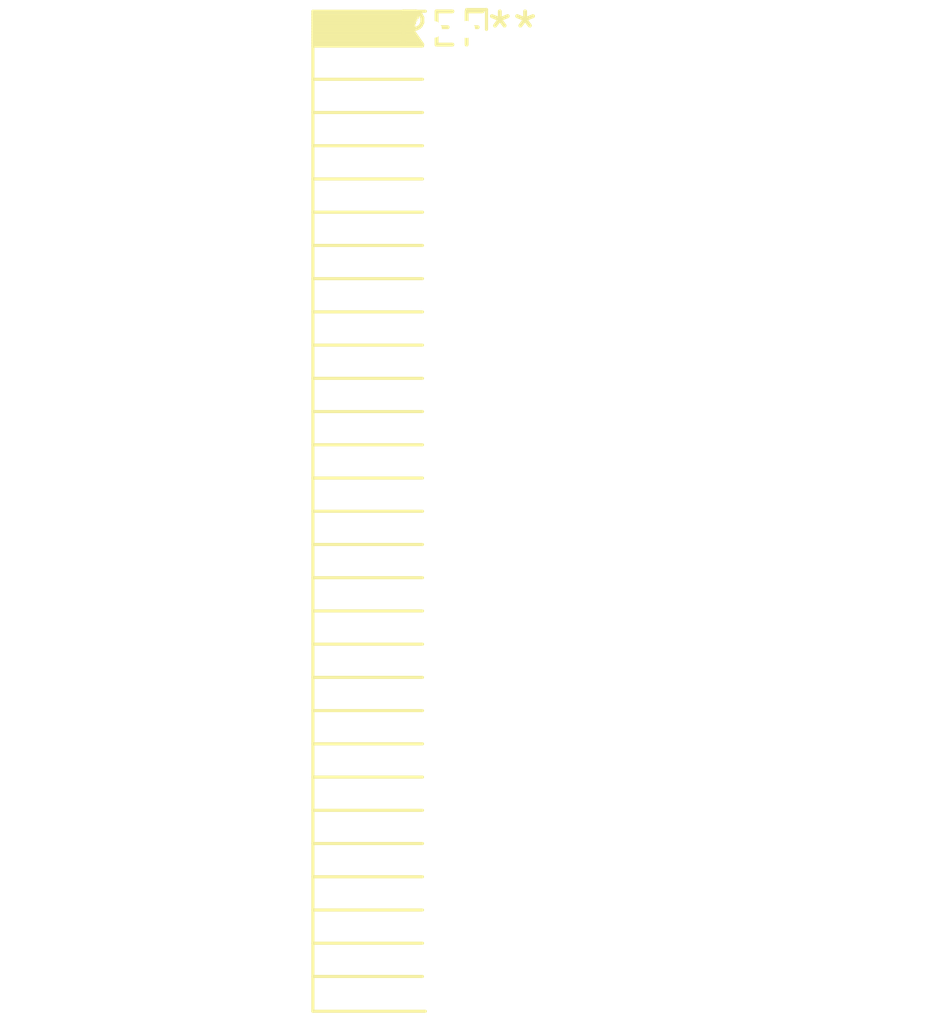
<source format=kicad_pcb>
(kicad_pcb (version 20240108) (generator pcbnew)
  (layers (0 "F.Cu" signal) (31 "B.Cu" signal) (34 "B.Paste" user) (35 "F.Paste" user) (36 "B.SilkS" user "B.Silkscreen") (37 "F.SilkS" user "F.Silkscreen") (38 "B.Mask" user) (39 "F.Mask" user) (44 "Edge.Cuts" user))
  (net 0 "")
  (footprint "PinSocket_2x30_P1.27mm_Horizontal" (layer "F.Cu") (at 0 0)
    (property "Reference" "REF**")
    (property "Value" "PinSocket_2x30_P1.27mm_Horizontal")
    (fp_line (start -5.88 -0.695) (end -5.88 37.525) (layer "F.SilkS") (stroke (width 0.12)))
    (fp_line (start -5.88 -0.695) (end -1.57753 -0.695) (layer "F.SilkS") (stroke (width 0.12)))
    (fp_line (start -5.88 -0.575) (end -1.766966 -0.575) (layer "F.SilkS") (stroke (width 0.12)))
    (fp_line (start -5.88 -0.465) (end -1.871145 -0.465) (layer "F.SilkS") (stroke (width 0.12)))
    (fp_line (start -5.88 -0.355) (end -1.941993 -0.355) (layer "F.SilkS") (stroke (width 0.12)))
    (fp_line (start -5.88 -0.245) (end -1.989427 -0.245) (layer "F.SilkS") (stroke (width 0.12)))
    (fp_line (start -5.88 -0.135) (end -2.017914 -0.135) (layer "F.SilkS") (stroke (width 0.12)))
    (fp_line (start -5.88 -0.025) (end -2.029589 -0.025) (layer "F.SilkS") (stroke (width 0.12)))
    (fp_line (start -5.88 0.085) (end -2.025232 0.085) (layer "F.SilkS") (stroke (width 0.12)))
    (fp_line (start -5.88 0.195) (end -2.004558 0.195) (layer "F.SilkS") (stroke (width 0.12)))
    (fp_line (start -5.88 0.305) (end -1.966114 0.305) (layer "F.SilkS") (stroke (width 0.12)))
    (fp_line (start -5.88 0.415) (end -1.906691 0.415) (layer "F.SilkS") (stroke (width 0.12)))
    (fp_line (start -5.88 0.525) (end -1.819523 0.525) (layer "F.SilkS") (stroke (width 0.12)))
    (fp_line (start -5.88 0.635) (end -1.687582 0.635) (layer "F.SilkS") (stroke (width 0.12)))
    (fp_line (start -5.88 1.905) (end -1.687582 1.905) (layer "F.SilkS") (stroke (width 0.12)))
    (fp_line (start -5.88 3.175) (end -1.687582 3.175) (layer "F.SilkS") (stroke (width 0.12)))
    (fp_line (start -5.88 4.445) (end -1.687582 4.445) (layer "F.SilkS") (stroke (width 0.12)))
    (fp_line (start -5.88 5.715) (end -1.687582 5.715) (layer "F.SilkS") (stroke (width 0.12)))
    (fp_line (start -5.88 6.985) (end -1.687582 6.985) (layer "F.SilkS") (stroke (width 0.12)))
    (fp_line (start -5.88 8.255) (end -1.687582 8.255) (layer "F.SilkS") (stroke (width 0.12)))
    (fp_line (start -5.88 9.525) (end -1.687582 9.525) (layer "F.SilkS") (stroke (width 0.12)))
    (fp_line (start -5.88 10.795) (end -1.687582 10.795) (layer "F.SilkS") (stroke (width 0.12)))
    (fp_line (start -5.88 12.065) (end -1.687582 12.065) (layer "F.SilkS") (stroke (width 0.12)))
    (fp_line (start -5.88 13.335) (end -1.687582 13.335) (layer "F.SilkS") (stroke (width 0.12)))
    (fp_line (start -5.88 14.605) (end -1.687582 14.605) (layer "F.SilkS") (stroke (width 0.12)))
    (fp_line (start -5.88 15.875) (end -1.687582 15.875) (layer "F.SilkS") (stroke (width 0.12)))
    (fp_line (start -5.88 17.145) (end -1.687582 17.145) (layer "F.SilkS") (stroke (width 0.12)))
    (fp_line (start -5.88 18.415) (end -1.687582 18.415) (layer "F.SilkS") (stroke (width 0.12)))
    (fp_line (start -5.88 19.685) (end -1.687582 19.685) (layer "F.SilkS") (stroke (width 0.12)))
    (fp_line (start -5.88 20.955) (end -1.687582 20.955) (layer "F.SilkS") (stroke (width 0.12)))
    (fp_line (start -5.88 22.225) (end -1.687582 22.225) (layer "F.SilkS") (stroke (width 0.12)))
    (fp_line (start -5.88 23.495) (end -1.687582 23.495) (layer "F.SilkS") (stroke (width 0.12)))
    (fp_line (start -5.88 24.765) (end -1.687582 24.765) (layer "F.SilkS") (stroke (width 0.12)))
    (fp_line (start -5.88 26.035) (end -1.687582 26.035) (layer "F.SilkS") (stroke (width 0.12)))
    (fp_line (start -5.88 27.305) (end -1.687582 27.305) (layer "F.SilkS") (stroke (width 0.12)))
    (fp_line (start -5.88 28.575) (end -1.687582 28.575) (layer "F.SilkS") (stroke (width 0.12)))
    (fp_line (start -5.88 29.845) (end -1.687582 29.845) (layer "F.SilkS") (stroke (width 0.12)))
    (fp_line (start -5.88 31.115) (end -1.687582 31.115) (layer "F.SilkS") (stroke (width 0.12)))
    (fp_line (start -5.88 32.385) (end -1.687582 32.385) (layer "F.SilkS") (stroke (width 0.12)))
    (fp_line (start -5.88 33.655) (end -1.687582 33.655) (layer "F.SilkS") (stroke (width 0.12)))
    (fp_line (start -5.88 34.925) (end -1.687582 34.925) (layer "F.SilkS") (stroke (width 0.12)))
    (fp_line (start -5.88 36.195) (end -1.687582 36.195) (layer "F.SilkS") (stroke (width 0.12)))
    (fp_line (start -5.88 37.525) (end -1.57753 37.525) (layer "F.SilkS") (stroke (width 0.12)))
    (fp_line (start 0 -0.76) (end 0.76 -0.76) (layer "F.SilkS") (stroke (width 0.12)))
    (fp_line (start 0.76 -0.76) (end 0.76 0) (layer "F.SilkS") (stroke (width 0.12)))
    (pad "1" thru_hole rect (at 0 0) (size 1 1) (drill 0.65) (layers *.Cu *.Mask) (remove_unused_layers))
    (pad "2" thru_hole oval (at -1.27 0) (size 1 1) (drill 0.65) (layers *.Cu *.Mask) (remove_unused_layers))
    (pad "3" thru_hole oval (at 0 1.27) (size 1 1) (drill 0.65) (layers *.Cu *.Mask) (remove_unused_layers))
    (pad "4" thru_hole oval (at -1.27 1.27) (size 1 1) (drill 0.65) (layers *.Cu *.Mask) (remove_unused_layers))
    (pad "5" thru_hole oval (at 0 2.54) (size 1 1) (drill 0.65) (layers *.Cu *.Mask) (remove_unused_layers))
    (pad "6" thru_hole oval (at -1.27 2.54) (size 1 1) (drill 0.65) (layers *.Cu *.Mask) (remove_unused_layers))
    (pad "7" thru_hole oval (at 0 3.81) (size 1 1) (drill 0.65) (layers *.Cu *.Mask) (remove_unused_layers))
    (pad "8" thru_hole oval (at -1.27 3.81) (size 1 1) (drill 0.65) (layers *.Cu *.Mask) (remove_unused_layers))
    (pad "9" thru_hole oval (at 0 5.08) (size 1 1) (drill 0.65) (layers *.Cu *.Mask) (remove_unused_layers))
    (pad "10" thru_hole oval (at -1.27 5.08) (size 1 1) (drill 0.65) (layers *.Cu *.Mask) (remove_unused_layers))
    (pad "11" thru_hole oval (at 0 6.35) (size 1 1) (drill 0.65) (layers *.Cu *.Mask) (remove_unused_layers))
    (pad "12" thru_hole oval (at -1.27 6.35) (size 1 1) (drill 0.65) (layers *.Cu *.Mask) (remove_unused_layers))
    (pad "13" thru_hole oval (at 0 7.62) (size 1 1) (drill 0.65) (layers *.Cu *.Mask) (remove_unused_layers))
    (pad "14" thru_hole oval (at -1.27 7.62) (size 1 1) (drill 0.65) (layers *.Cu *.Mask) (remove_unused_layers))
    (pad "15" thru_hole oval (at 0 8.89) (size 1 1) (drill 0.65) (layers *.Cu *.Mask) (remove_unused_layers))
    (pad "16" thru_hole oval (at -1.27 8.89) (size 1 1) (drill 0.65) (layers *.Cu *.Mask) (remove_unused_layers))
    (pad "17" thru_hole oval (at 0 10.16) (size 1 1) (drill 0.65) (layers *.Cu *.Mask) (remove_unused_layers))
    (pad "18" thru_hole oval (at -1.27 10.16) (size 1 1) (drill 0.65) (layers *.Cu *.Mask) (remove_unused_layers))
    (pad "19" thru_hole oval (at 0 11.43) (size 1 1) (drill 0.65) (layers *.Cu *.Mask) (remove_unused_layers))
    (pad "20" thru_hole oval (at -1.27 11.43) (size 1 1) (drill 0.65) (layers *.Cu *.Mask) (remove_unused_layers))
    (pad "21" thru_hole oval (at 0 12.7) (size 1 1) (drill 0.65) (layers *.Cu *.Mask) (remove_unused_layers))
    (pad "22" thru_hole oval (at -1.27 12.7) (size 1 1) (drill 0.65) (layers *.Cu *.Mask) (remove_unused_layers))
    (pad "23" thru_hole oval (at 0 13.97) (size 1 1) (drill 0.65) (layers *.Cu *.Mask) (remove_unused_layers))
    (pad "24" thru_hole oval (at -1.27 13.97) (size 1 1) (drill 0.65) (layers *.Cu *.Mask) (remove_unused_layers))
    (pad "25" thru_hole oval (at 0 15.24) (size 1 1) (drill 0.65) (layers *.Cu *.Mask) (remove_unused_layers))
    (pad "26" thru_hole oval (at -1.27 15.24) (size 1 1) (drill 0.65) (layers *.Cu *.Mask) (remove_unused_layers))
    (pad "27" thru_hole oval (at 0 16.51) (size 1 1) (drill 0.65) (layers *.Cu *.Mask) (remove_unused_layers))
    (pad "28" thru_hole oval (at -1.27 16.51) (size 1 1) (drill 0.65) (layers *.Cu *.Mask) (remove_unused_layers))
    (pad "29" thru_hole oval (at 0 17.78) (size 1 1) (drill 0.65) (layers *.Cu *.Mask) (remove_unused_layers))
    (pad "30" thru_hole oval (at -1.27 17.78) (size 1 1) (drill 0.65) (layers *.Cu *.Mask) (remove_unused_layers))
    (pad "31" thru_hole oval (at 0 19.05) (size 1 1) (drill 0.65) (layers *.Cu *.Mask) (remove_unused_layers))
    (pad "32" thru_hole oval (at -1.27 19.05) (size 1 1) (drill 0.65) (layers *.Cu *.Mask) (remove_unused_layers))
    (pad "33" thru_hole oval (at 0 20.32) (size 1 1) (drill 0.65) (layers *.Cu *.Mask) (remove_unused_layers))
    (pad "34" thru_hole oval (at -1.27 20.32) (size 1 1) (drill 0.65) (layers *.Cu *.Mask) (remove_unused_layers))
    (pad "35" thru_hole oval (at 0 21.59) (size 1 1) (drill 0.65) (layers *.Cu *.Mask) (remove_unused_layers))
    (pad "36" thru_hole oval (at -1.27 21.59) (size 1 1) (drill 0.65) (layers *.Cu *.Mask) (remove_unused_layers))
    (pad "37" thru_hole oval (at 0 22.86) (size 1 1) (drill 0.65) (layers *.Cu *.Mask) (remove_unused_layers))
    (pad "38" thru_hole oval (at -1.27 22.86) (size 1 1) (drill 0.65) (layers *.Cu *.Mask) (remove_unused_layers))
    (pad "39" thru_hole oval (at 0 24.13) (size 1 1) (drill 0.65) (layers *.Cu *.Mask) (remove_unused_layers))
    (pad "40" thru_hole oval (at -1.27 24.13) (size 1 1) (drill 0.65) (layers *.Cu *.Mask) (remove_unused_layers))
    (pad "41" thru_hole oval (at 0 25.4) (size 1 1) (drill 0.65) (layers *.Cu *.Mask) (remove_unused_layers))
    (pad "42" thru_hole oval (at -1.27 25.4) (size 1 1) (drill 0.65) (layers *.Cu *.Mask) (remove_unused_layers))
    (pad "43" thru_hole oval (at 0 26.67) (size 1 1) (drill 0.65) (layers *.Cu *.Mask) (remove_unused_layers))
    (pad "44" thru_hole oval (at -1.27 26.67) (size 1 1) (drill 0.65) (layers *.Cu *.Mask) (remove_unused_layers))
    (pad "45" thru_hole oval (at 0 27.94) (size 1 1) (drill 0.65) (layers *.Cu *.Mask) (remove_unused_layers))
    (pad "46" thru_hole oval (at -1.27 27.94) (size 1 1) (drill 0.65) (layers *.Cu *.Mask) (remove_unused_layers))
    (pad "47" thru_hole oval (at 0 29.21) (size 1 1) (drill 0.65) (layers *.Cu *.Mask) (remove_unused_layers))
    (pad "48" thru_hole oval (at -1.27 29.21) (size 1 1) (drill 0.65) (layers *.Cu *.Mask) (remove_unused_layers))
    (pad "49" thru_hole oval (at 0 30.48) (size 1 1) (drill 0.65) (layers *.Cu *.Mask) (remove_unused_layers))
    (pad "50" thru_hole oval (at -1.27 30.48) (size 1 1) (drill 0.65) (layers *.Cu *.Mask) (remove_unused_layers))
    (pad "51" thru_hole oval (at 0 31.75) (size 1 1) (drill 0.65) (layers *.Cu *.Mask) (remove_unused_layers))
    (pad "52" thru_hole oval (at -1.27 31.75) (size 1 1) (drill 0.65) (layers *.Cu *.Mask) (remove_unused_layers))
    (pad "53" thru_hole oval (at 0 33.02) (size 1 1) (drill 0.65) (layers *.Cu *.Mask) (remove_unused_layers))
    (pad "54" thru_hole oval (at -1.27 33.02) (size 1 1) (drill 0.65) (layers *.Cu *.Mask) (remove_unused_layers))
    (pad "55" thru_hole oval (at 0 34.29) (size 1 1) (drill 0.65) (layers *.Cu *.Mask) (remove_unused_layers))
    (pad "56" thru_hole oval (at -1.27 34.29) (size 1 1) (drill 0.65) (layers *.Cu *.Mask) (remove_unused_layers))
    (pad "57" thru_hole oval (at 0 35.56) (size 1 1) (drill 0.65) (layers *.Cu *.Mask) (remove_unused_layers))
    (pad "58" thru_hole oval (at -1.27 35.56) (size 1 1) (drill 0.65) (layers *.Cu *.Mask) (remove_unused_layers))
    (pad "59" thru_hole oval (at 0 36.83) (size 1 1) (drill 0.65) (layers *.Cu *.Mask) (remove_unused_layers))
    (pad "60" thru_hole oval (at -1.27 36.83) (size 1 1) (drill 0.65) (layers *.Cu *.Mask) (remove_unused_layers))
  )
)
</source>
